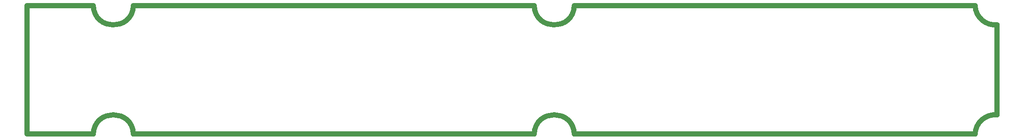
<source format=gbr>
G04 #@! TF.GenerationSoftware,KiCad,Pcbnew,6.0.9-8da3e8f707~117~ubuntu22.04.1*
G04 #@! TF.CreationDate,2023-01-10T20:00:55+01:00*
G04 #@! TF.ProjectId,CIS,4349532e-6b69-4636-9164-5f7063625858,2.1.0*
G04 #@! TF.SameCoordinates,PX5268310PY6353990*
G04 #@! TF.FileFunction,Profile,NP*
%FSLAX46Y46*%
G04 Gerber Fmt 4.6, Leading zero omitted, Abs format (unit mm)*
G04 Created by KiCad (PCBNEW 6.0.9-8da3e8f707~117~ubuntu22.04.1) date 2023-01-10 20:00:55*
%MOMM*%
%LPD*%
G01*
G04 APERTURE LIST*
G04 #@! TA.AperFunction,Profile*
%ADD10C,1.000000*%
G04 #@! TD*
G04 APERTURE END LIST*
D10*
X20694980Y0D02*
G75*
G03*
X12900000Y2I-3897490J-139990D01*
G01*
X98567404Y25000000D02*
G75*
G03*
X106360516Y24999998I3896556J160000D01*
G01*
X188510800Y21278600D02*
X188510797Y3741443D01*
X106360517Y24999998D02*
X184233800Y25000000D01*
X10800Y0D02*
X10800Y25000000D01*
X10800Y25000000D02*
X12900782Y25000017D01*
X12900781Y25000017D02*
G75*
G03*
X20694199Y24999999I3896709J159983D01*
G01*
X98566313Y-15D02*
X20694986Y0D01*
X184233896Y25000004D02*
G75*
G03*
X188510799Y21278599I3896904J160236D01*
G01*
X188510791Y3741380D02*
G75*
G03*
X184233800Y0I-379991J-3880940D01*
G01*
X20694200Y25000000D02*
X98567400Y25000000D01*
X12900000Y0D02*
X10800Y0D01*
X184233800Y0D02*
X106361286Y0D01*
X106361289Y0D02*
G75*
G03*
X98566311Y-15I-3897489J-139960D01*
G01*
M02*

</source>
